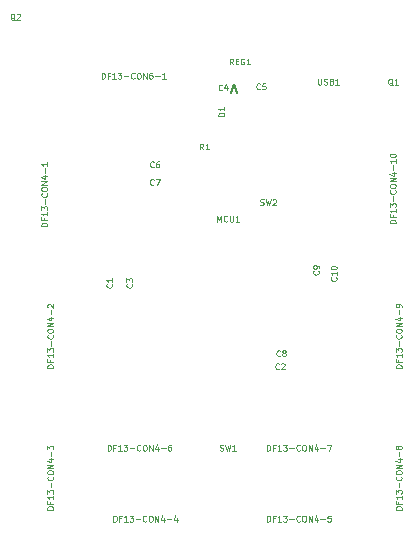
<source format=gto>
G04 (created by PCBNEW (25-Oct-2014 BZR 4029)-stable) date Thu 30 Jul 2015 11:12:18 AM EDT*
%MOIN*%
G04 Gerber Fmt 3.4, Leading zero omitted, Abs format*
%FSLAX34Y34*%
G01*
G70*
G90*
G04 APERTURE LIST*
%ADD10C,0.00393701*%
%ADD11C,0.00492126*%
%ADD12C,0.00590551*%
G04 APERTURE END LIST*
G54D10*
G54D11*
X49639Y-38701D02*
X49639Y-38504D01*
X49704Y-38645D01*
X49770Y-38504D01*
X49770Y-38701D01*
X49976Y-38682D02*
X49967Y-38692D01*
X49939Y-38701D01*
X49920Y-38701D01*
X49892Y-38692D01*
X49873Y-38673D01*
X49864Y-38654D01*
X49854Y-38617D01*
X49854Y-38589D01*
X49864Y-38551D01*
X49873Y-38532D01*
X49892Y-38514D01*
X49920Y-38504D01*
X49939Y-38504D01*
X49967Y-38514D01*
X49976Y-38523D01*
X50060Y-38504D02*
X50060Y-38664D01*
X50070Y-38682D01*
X50079Y-38692D01*
X50098Y-38701D01*
X50135Y-38701D01*
X50154Y-38692D01*
X50164Y-38682D01*
X50173Y-38664D01*
X50173Y-38504D01*
X50370Y-38701D02*
X50257Y-38701D01*
X50314Y-38701D02*
X50314Y-38504D01*
X50295Y-38532D01*
X50276Y-38551D01*
X50257Y-38561D01*
X49737Y-46330D02*
X49765Y-46339D01*
X49812Y-46339D01*
X49831Y-46330D01*
X49840Y-46320D01*
X49850Y-46302D01*
X49850Y-46283D01*
X49840Y-46264D01*
X49831Y-46255D01*
X49812Y-46245D01*
X49775Y-46236D01*
X49756Y-46227D01*
X49746Y-46217D01*
X49737Y-46198D01*
X49737Y-46180D01*
X49746Y-46161D01*
X49756Y-46152D01*
X49775Y-46142D01*
X49821Y-46142D01*
X49850Y-46152D01*
X49915Y-46142D02*
X49962Y-46339D01*
X50000Y-46198D01*
X50037Y-46339D01*
X50084Y-46142D01*
X50262Y-46339D02*
X50149Y-46339D01*
X50206Y-46339D02*
X50206Y-46142D01*
X50187Y-46170D01*
X50168Y-46189D01*
X50149Y-46198D01*
X51076Y-38141D02*
X51104Y-38150D01*
X51151Y-38150D01*
X51169Y-38141D01*
X51179Y-38131D01*
X51188Y-38113D01*
X51188Y-38094D01*
X51179Y-38075D01*
X51169Y-38066D01*
X51151Y-38056D01*
X51113Y-38047D01*
X51094Y-38038D01*
X51085Y-38028D01*
X51076Y-38009D01*
X51076Y-37991D01*
X51085Y-37972D01*
X51094Y-37963D01*
X51113Y-37953D01*
X51160Y-37953D01*
X51188Y-37963D01*
X51254Y-37953D02*
X51301Y-38150D01*
X51338Y-38009D01*
X51376Y-38150D01*
X51422Y-37953D01*
X51488Y-37972D02*
X51497Y-37963D01*
X51516Y-37953D01*
X51563Y-37953D01*
X51582Y-37963D01*
X51591Y-37972D01*
X51601Y-37991D01*
X51601Y-38009D01*
X51591Y-38038D01*
X51479Y-38150D01*
X51601Y-38150D01*
X53004Y-33937D02*
X53004Y-34097D01*
X53013Y-34116D01*
X53023Y-34125D01*
X53041Y-34134D01*
X53079Y-34134D01*
X53098Y-34125D01*
X53107Y-34116D01*
X53116Y-34097D01*
X53116Y-33937D01*
X53201Y-34125D02*
X53229Y-34134D01*
X53276Y-34134D01*
X53294Y-34125D01*
X53304Y-34116D01*
X53313Y-34097D01*
X53313Y-34078D01*
X53304Y-34059D01*
X53294Y-34050D01*
X53276Y-34041D01*
X53238Y-34031D01*
X53219Y-34022D01*
X53210Y-34012D01*
X53201Y-33994D01*
X53201Y-33975D01*
X53210Y-33956D01*
X53219Y-33947D01*
X53238Y-33937D01*
X53285Y-33937D01*
X53313Y-33947D01*
X53463Y-34031D02*
X53491Y-34041D01*
X53501Y-34050D01*
X53510Y-34069D01*
X53510Y-34097D01*
X53501Y-34116D01*
X53491Y-34125D01*
X53473Y-34134D01*
X53398Y-34134D01*
X53398Y-33937D01*
X53463Y-33937D01*
X53482Y-33947D01*
X53491Y-33956D01*
X53501Y-33975D01*
X53501Y-33994D01*
X53491Y-34012D01*
X53482Y-34022D01*
X53463Y-34031D01*
X53398Y-34031D01*
X53697Y-34134D02*
X53585Y-34134D01*
X53641Y-34134D02*
X53641Y-33937D01*
X53622Y-33966D01*
X53604Y-33984D01*
X53585Y-33994D01*
X50173Y-33465D02*
X50107Y-33371D01*
X50060Y-33465D02*
X50060Y-33268D01*
X50135Y-33268D01*
X50154Y-33278D01*
X50164Y-33287D01*
X50173Y-33306D01*
X50173Y-33334D01*
X50164Y-33353D01*
X50154Y-33362D01*
X50135Y-33371D01*
X50060Y-33371D01*
X50257Y-33362D02*
X50323Y-33362D01*
X50351Y-33465D02*
X50257Y-33465D01*
X50257Y-33268D01*
X50351Y-33268D01*
X50538Y-33278D02*
X50520Y-33268D01*
X50492Y-33268D01*
X50464Y-33278D01*
X50445Y-33296D01*
X50435Y-33315D01*
X50426Y-33353D01*
X50426Y-33381D01*
X50435Y-33418D01*
X50445Y-33437D01*
X50464Y-33456D01*
X50492Y-33465D01*
X50510Y-33465D01*
X50538Y-33456D01*
X50548Y-33446D01*
X50548Y-33381D01*
X50510Y-33381D01*
X50735Y-33465D02*
X50623Y-33465D01*
X50679Y-33465D02*
X50679Y-33268D01*
X50660Y-33296D01*
X50642Y-33315D01*
X50623Y-33324D01*
X55493Y-34153D02*
X55474Y-34144D01*
X55455Y-34125D01*
X55427Y-34097D01*
X55408Y-34087D01*
X55389Y-34087D01*
X55399Y-34134D02*
X55380Y-34125D01*
X55361Y-34106D01*
X55352Y-34069D01*
X55352Y-34003D01*
X55361Y-33966D01*
X55380Y-33947D01*
X55399Y-33937D01*
X55436Y-33937D01*
X55455Y-33947D01*
X55474Y-33966D01*
X55483Y-34003D01*
X55483Y-34069D01*
X55474Y-34106D01*
X55455Y-34125D01*
X55436Y-34134D01*
X55399Y-34134D01*
X55671Y-34134D02*
X55558Y-34134D01*
X55614Y-34134D02*
X55614Y-33937D01*
X55596Y-33966D01*
X55577Y-33984D01*
X55558Y-33994D01*
X42894Y-31988D02*
X42875Y-31978D01*
X42857Y-31960D01*
X42829Y-31931D01*
X42810Y-31922D01*
X42791Y-31922D01*
X42800Y-31969D02*
X42782Y-31960D01*
X42763Y-31941D01*
X42754Y-31903D01*
X42754Y-31838D01*
X42763Y-31800D01*
X42782Y-31781D01*
X42800Y-31772D01*
X42838Y-31772D01*
X42857Y-31781D01*
X42875Y-31800D01*
X42885Y-31838D01*
X42885Y-31903D01*
X42875Y-31941D01*
X42857Y-31960D01*
X42838Y-31969D01*
X42800Y-31969D01*
X42960Y-31791D02*
X42969Y-31781D01*
X42988Y-31772D01*
X43035Y-31772D01*
X43053Y-31781D01*
X43063Y-31791D01*
X43072Y-31810D01*
X43072Y-31828D01*
X43063Y-31856D01*
X42950Y-31969D01*
X43072Y-31969D01*
X45791Y-33937D02*
X45791Y-33741D01*
X45838Y-33741D01*
X45866Y-33750D01*
X45884Y-33769D01*
X45894Y-33787D01*
X45903Y-33825D01*
X45903Y-33853D01*
X45894Y-33891D01*
X45884Y-33909D01*
X45866Y-33928D01*
X45838Y-33937D01*
X45791Y-33937D01*
X46053Y-33834D02*
X45988Y-33834D01*
X45988Y-33937D02*
X45988Y-33741D01*
X46081Y-33741D01*
X46259Y-33937D02*
X46147Y-33937D01*
X46203Y-33937D02*
X46203Y-33741D01*
X46184Y-33769D01*
X46166Y-33787D01*
X46147Y-33797D01*
X46325Y-33741D02*
X46447Y-33741D01*
X46381Y-33816D01*
X46409Y-33816D01*
X46428Y-33825D01*
X46437Y-33834D01*
X46447Y-33853D01*
X46447Y-33900D01*
X46437Y-33919D01*
X46428Y-33928D01*
X46409Y-33937D01*
X46353Y-33937D01*
X46334Y-33928D01*
X46325Y-33919D01*
X46531Y-33862D02*
X46681Y-33862D01*
X46887Y-33919D02*
X46878Y-33928D01*
X46850Y-33937D01*
X46831Y-33937D01*
X46803Y-33928D01*
X46784Y-33909D01*
X46775Y-33891D01*
X46766Y-33853D01*
X46766Y-33825D01*
X46775Y-33787D01*
X46784Y-33769D01*
X46803Y-33750D01*
X46831Y-33741D01*
X46850Y-33741D01*
X46878Y-33750D01*
X46887Y-33759D01*
X47009Y-33741D02*
X47047Y-33741D01*
X47065Y-33750D01*
X47084Y-33769D01*
X47094Y-33806D01*
X47094Y-33872D01*
X47084Y-33909D01*
X47065Y-33928D01*
X47047Y-33937D01*
X47009Y-33937D01*
X46991Y-33928D01*
X46972Y-33909D01*
X46962Y-33872D01*
X46962Y-33806D01*
X46972Y-33769D01*
X46991Y-33750D01*
X47009Y-33741D01*
X47178Y-33937D02*
X47178Y-33741D01*
X47290Y-33937D01*
X47290Y-33741D01*
X47469Y-33741D02*
X47431Y-33741D01*
X47412Y-33750D01*
X47403Y-33759D01*
X47384Y-33787D01*
X47375Y-33825D01*
X47375Y-33900D01*
X47384Y-33919D01*
X47394Y-33928D01*
X47412Y-33937D01*
X47450Y-33937D01*
X47469Y-33928D01*
X47478Y-33919D01*
X47487Y-33900D01*
X47487Y-33853D01*
X47478Y-33834D01*
X47469Y-33825D01*
X47450Y-33816D01*
X47412Y-33816D01*
X47394Y-33825D01*
X47384Y-33834D01*
X47375Y-33853D01*
X47572Y-33862D02*
X47722Y-33862D01*
X47919Y-33937D02*
X47806Y-33937D01*
X47862Y-33937D02*
X47862Y-33741D01*
X47844Y-33769D01*
X47825Y-33787D01*
X47806Y-33797D01*
X45988Y-46339D02*
X45988Y-46142D01*
X46034Y-46142D01*
X46062Y-46152D01*
X46081Y-46170D01*
X46091Y-46189D01*
X46100Y-46227D01*
X46100Y-46255D01*
X46091Y-46292D01*
X46081Y-46311D01*
X46062Y-46330D01*
X46034Y-46339D01*
X45988Y-46339D01*
X46250Y-46236D02*
X46184Y-46236D01*
X46184Y-46339D02*
X46184Y-46142D01*
X46278Y-46142D01*
X46456Y-46339D02*
X46344Y-46339D01*
X46400Y-46339D02*
X46400Y-46142D01*
X46381Y-46170D01*
X46362Y-46189D01*
X46344Y-46198D01*
X46522Y-46142D02*
X46644Y-46142D01*
X46578Y-46217D01*
X46606Y-46217D01*
X46625Y-46227D01*
X46634Y-46236D01*
X46644Y-46255D01*
X46644Y-46302D01*
X46634Y-46320D01*
X46625Y-46330D01*
X46606Y-46339D01*
X46550Y-46339D01*
X46531Y-46330D01*
X46522Y-46320D01*
X46728Y-46264D02*
X46878Y-46264D01*
X47084Y-46320D02*
X47075Y-46330D01*
X47047Y-46339D01*
X47028Y-46339D01*
X47000Y-46330D01*
X46981Y-46311D01*
X46972Y-46292D01*
X46962Y-46255D01*
X46962Y-46227D01*
X46972Y-46189D01*
X46981Y-46170D01*
X47000Y-46152D01*
X47028Y-46142D01*
X47047Y-46142D01*
X47075Y-46152D01*
X47084Y-46161D01*
X47206Y-46142D02*
X47244Y-46142D01*
X47262Y-46152D01*
X47281Y-46170D01*
X47290Y-46208D01*
X47290Y-46273D01*
X47281Y-46311D01*
X47262Y-46330D01*
X47244Y-46339D01*
X47206Y-46339D01*
X47187Y-46330D01*
X47169Y-46311D01*
X47159Y-46273D01*
X47159Y-46208D01*
X47169Y-46170D01*
X47187Y-46152D01*
X47206Y-46142D01*
X47375Y-46339D02*
X47375Y-46142D01*
X47487Y-46339D01*
X47487Y-46142D01*
X47665Y-46208D02*
X47665Y-46339D01*
X47619Y-46133D02*
X47572Y-46273D01*
X47694Y-46273D01*
X47769Y-46264D02*
X47919Y-46264D01*
X48097Y-46142D02*
X48059Y-46142D01*
X48040Y-46152D01*
X48031Y-46161D01*
X48012Y-46189D01*
X48003Y-46227D01*
X48003Y-46302D01*
X48012Y-46320D01*
X48022Y-46330D01*
X48040Y-46339D01*
X48078Y-46339D01*
X48097Y-46330D01*
X48106Y-46320D01*
X48115Y-46302D01*
X48115Y-46255D01*
X48106Y-46236D01*
X48097Y-46227D01*
X48078Y-46217D01*
X48040Y-46217D01*
X48022Y-46227D01*
X48012Y-46236D01*
X48003Y-46255D01*
X43977Y-38854D02*
X43780Y-38854D01*
X43780Y-38807D01*
X43789Y-38779D01*
X43808Y-38760D01*
X43827Y-38751D01*
X43864Y-38742D01*
X43892Y-38742D01*
X43930Y-38751D01*
X43949Y-38760D01*
X43967Y-38779D01*
X43977Y-38807D01*
X43977Y-38854D01*
X43874Y-38592D02*
X43874Y-38657D01*
X43977Y-38657D02*
X43780Y-38657D01*
X43780Y-38563D01*
X43977Y-38385D02*
X43977Y-38498D01*
X43977Y-38442D02*
X43780Y-38442D01*
X43808Y-38460D01*
X43827Y-38479D01*
X43836Y-38498D01*
X43780Y-38320D02*
X43780Y-38198D01*
X43855Y-38263D01*
X43855Y-38235D01*
X43864Y-38217D01*
X43874Y-38207D01*
X43892Y-38198D01*
X43939Y-38198D01*
X43958Y-38207D01*
X43967Y-38217D01*
X43977Y-38235D01*
X43977Y-38292D01*
X43967Y-38310D01*
X43958Y-38320D01*
X43902Y-38113D02*
X43902Y-37964D01*
X43958Y-37757D02*
X43967Y-37767D01*
X43977Y-37795D01*
X43977Y-37814D01*
X43967Y-37842D01*
X43949Y-37860D01*
X43930Y-37870D01*
X43892Y-37879D01*
X43864Y-37879D01*
X43827Y-37870D01*
X43808Y-37860D01*
X43789Y-37842D01*
X43780Y-37814D01*
X43780Y-37795D01*
X43789Y-37767D01*
X43799Y-37757D01*
X43780Y-37635D02*
X43780Y-37598D01*
X43789Y-37579D01*
X43808Y-37560D01*
X43846Y-37551D01*
X43911Y-37551D01*
X43949Y-37560D01*
X43967Y-37579D01*
X43977Y-37598D01*
X43977Y-37635D01*
X43967Y-37654D01*
X43949Y-37673D01*
X43911Y-37682D01*
X43846Y-37682D01*
X43808Y-37673D01*
X43789Y-37654D01*
X43780Y-37635D01*
X43977Y-37467D02*
X43780Y-37467D01*
X43977Y-37354D01*
X43780Y-37354D01*
X43846Y-37176D02*
X43977Y-37176D01*
X43771Y-37223D02*
X43911Y-37270D01*
X43911Y-37148D01*
X43902Y-37073D02*
X43902Y-36923D01*
X43977Y-36726D02*
X43977Y-36839D01*
X43977Y-36782D02*
X43780Y-36782D01*
X43808Y-36801D01*
X43827Y-36820D01*
X43836Y-36839D01*
X44174Y-43578D02*
X43977Y-43578D01*
X43977Y-43532D01*
X43986Y-43503D01*
X44005Y-43485D01*
X44024Y-43475D01*
X44061Y-43466D01*
X44089Y-43466D01*
X44127Y-43475D01*
X44146Y-43485D01*
X44164Y-43503D01*
X44174Y-43532D01*
X44174Y-43578D01*
X44071Y-43316D02*
X44071Y-43382D01*
X44174Y-43382D02*
X43977Y-43382D01*
X43977Y-43288D01*
X44174Y-43110D02*
X44174Y-43222D01*
X44174Y-43166D02*
X43977Y-43166D01*
X44005Y-43185D01*
X44024Y-43203D01*
X44033Y-43222D01*
X43977Y-43044D02*
X43977Y-42922D01*
X44052Y-42988D01*
X44052Y-42960D01*
X44061Y-42941D01*
X44071Y-42932D01*
X44089Y-42922D01*
X44136Y-42922D01*
X44155Y-42932D01*
X44164Y-42941D01*
X44174Y-42960D01*
X44174Y-43016D01*
X44164Y-43035D01*
X44155Y-43044D01*
X44099Y-42838D02*
X44099Y-42688D01*
X44155Y-42482D02*
X44164Y-42491D01*
X44174Y-42519D01*
X44174Y-42538D01*
X44164Y-42566D01*
X44146Y-42585D01*
X44127Y-42594D01*
X44089Y-42604D01*
X44061Y-42604D01*
X44024Y-42594D01*
X44005Y-42585D01*
X43986Y-42566D01*
X43977Y-42538D01*
X43977Y-42519D01*
X43986Y-42491D01*
X43996Y-42482D01*
X43977Y-42360D02*
X43977Y-42322D01*
X43986Y-42304D01*
X44005Y-42285D01*
X44042Y-42275D01*
X44108Y-42275D01*
X44146Y-42285D01*
X44164Y-42304D01*
X44174Y-42322D01*
X44174Y-42360D01*
X44164Y-42379D01*
X44146Y-42397D01*
X44108Y-42407D01*
X44042Y-42407D01*
X44005Y-42397D01*
X43986Y-42379D01*
X43977Y-42360D01*
X44174Y-42191D02*
X43977Y-42191D01*
X44174Y-42079D01*
X43977Y-42079D01*
X44042Y-41901D02*
X44174Y-41901D01*
X43967Y-41947D02*
X44108Y-41994D01*
X44108Y-41872D01*
X44099Y-41797D02*
X44099Y-41647D01*
X43996Y-41563D02*
X43986Y-41554D01*
X43977Y-41535D01*
X43977Y-41488D01*
X43986Y-41469D01*
X43996Y-41460D01*
X44014Y-41451D01*
X44033Y-41451D01*
X44061Y-41460D01*
X44174Y-41572D01*
X44174Y-41451D01*
X44174Y-48303D02*
X43977Y-48303D01*
X43977Y-48256D01*
X43986Y-48228D01*
X44005Y-48209D01*
X44024Y-48200D01*
X44061Y-48190D01*
X44089Y-48190D01*
X44127Y-48200D01*
X44146Y-48209D01*
X44164Y-48228D01*
X44174Y-48256D01*
X44174Y-48303D01*
X44071Y-48040D02*
X44071Y-48106D01*
X44174Y-48106D02*
X43977Y-48106D01*
X43977Y-48012D01*
X44174Y-47834D02*
X44174Y-47947D01*
X44174Y-47890D02*
X43977Y-47890D01*
X44005Y-47909D01*
X44024Y-47928D01*
X44033Y-47947D01*
X43977Y-47769D02*
X43977Y-47647D01*
X44052Y-47712D01*
X44052Y-47684D01*
X44061Y-47665D01*
X44071Y-47656D01*
X44089Y-47647D01*
X44136Y-47647D01*
X44155Y-47656D01*
X44164Y-47665D01*
X44174Y-47684D01*
X44174Y-47740D01*
X44164Y-47759D01*
X44155Y-47769D01*
X44099Y-47562D02*
X44099Y-47412D01*
X44155Y-47206D02*
X44164Y-47215D01*
X44174Y-47244D01*
X44174Y-47262D01*
X44164Y-47290D01*
X44146Y-47309D01*
X44127Y-47319D01*
X44089Y-47328D01*
X44061Y-47328D01*
X44024Y-47319D01*
X44005Y-47309D01*
X43986Y-47290D01*
X43977Y-47262D01*
X43977Y-47244D01*
X43986Y-47215D01*
X43996Y-47206D01*
X43977Y-47084D02*
X43977Y-47047D01*
X43986Y-47028D01*
X44005Y-47009D01*
X44042Y-47000D01*
X44108Y-47000D01*
X44146Y-47009D01*
X44164Y-47028D01*
X44174Y-47047D01*
X44174Y-47084D01*
X44164Y-47103D01*
X44146Y-47122D01*
X44108Y-47131D01*
X44042Y-47131D01*
X44005Y-47122D01*
X43986Y-47103D01*
X43977Y-47084D01*
X44174Y-46916D02*
X43977Y-46916D01*
X44174Y-46803D01*
X43977Y-46803D01*
X44042Y-46625D02*
X44174Y-46625D01*
X43967Y-46672D02*
X44108Y-46719D01*
X44108Y-46597D01*
X44099Y-46522D02*
X44099Y-46372D01*
X43977Y-46297D02*
X43977Y-46175D01*
X44052Y-46241D01*
X44052Y-46212D01*
X44061Y-46194D01*
X44071Y-46184D01*
X44089Y-46175D01*
X44136Y-46175D01*
X44155Y-46184D01*
X44164Y-46194D01*
X44174Y-46212D01*
X44174Y-46269D01*
X44164Y-46287D01*
X44155Y-46297D01*
X46184Y-48701D02*
X46184Y-48504D01*
X46231Y-48504D01*
X46259Y-48514D01*
X46278Y-48532D01*
X46287Y-48551D01*
X46297Y-48589D01*
X46297Y-48617D01*
X46287Y-48654D01*
X46278Y-48673D01*
X46259Y-48692D01*
X46231Y-48701D01*
X46184Y-48701D01*
X46447Y-48598D02*
X46381Y-48598D01*
X46381Y-48701D02*
X46381Y-48504D01*
X46475Y-48504D01*
X46653Y-48701D02*
X46541Y-48701D01*
X46597Y-48701D02*
X46597Y-48504D01*
X46578Y-48532D01*
X46559Y-48551D01*
X46541Y-48561D01*
X46719Y-48504D02*
X46841Y-48504D01*
X46775Y-48579D01*
X46803Y-48579D01*
X46822Y-48589D01*
X46831Y-48598D01*
X46841Y-48617D01*
X46841Y-48664D01*
X46831Y-48682D01*
X46822Y-48692D01*
X46803Y-48701D01*
X46747Y-48701D01*
X46728Y-48692D01*
X46719Y-48682D01*
X46925Y-48626D02*
X47075Y-48626D01*
X47281Y-48682D02*
X47272Y-48692D01*
X47244Y-48701D01*
X47225Y-48701D01*
X47197Y-48692D01*
X47178Y-48673D01*
X47169Y-48654D01*
X47159Y-48617D01*
X47159Y-48589D01*
X47169Y-48551D01*
X47178Y-48532D01*
X47197Y-48514D01*
X47225Y-48504D01*
X47244Y-48504D01*
X47272Y-48514D01*
X47281Y-48523D01*
X47403Y-48504D02*
X47440Y-48504D01*
X47459Y-48514D01*
X47478Y-48532D01*
X47487Y-48570D01*
X47487Y-48636D01*
X47478Y-48673D01*
X47459Y-48692D01*
X47440Y-48701D01*
X47403Y-48701D01*
X47384Y-48692D01*
X47365Y-48673D01*
X47356Y-48636D01*
X47356Y-48570D01*
X47365Y-48532D01*
X47384Y-48514D01*
X47403Y-48504D01*
X47572Y-48701D02*
X47572Y-48504D01*
X47684Y-48701D01*
X47684Y-48504D01*
X47862Y-48570D02*
X47862Y-48701D01*
X47815Y-48495D02*
X47769Y-48636D01*
X47890Y-48636D01*
X47965Y-48626D02*
X48115Y-48626D01*
X48293Y-48570D02*
X48293Y-48701D01*
X48247Y-48495D02*
X48200Y-48636D01*
X48322Y-48636D01*
X51302Y-48701D02*
X51302Y-48504D01*
X51349Y-48504D01*
X51377Y-48514D01*
X51396Y-48532D01*
X51406Y-48551D01*
X51415Y-48589D01*
X51415Y-48617D01*
X51406Y-48654D01*
X51396Y-48673D01*
X51377Y-48692D01*
X51349Y-48701D01*
X51302Y-48701D01*
X51565Y-48598D02*
X51499Y-48598D01*
X51499Y-48701D02*
X51499Y-48504D01*
X51593Y-48504D01*
X51771Y-48701D02*
X51659Y-48701D01*
X51715Y-48701D02*
X51715Y-48504D01*
X51696Y-48532D01*
X51677Y-48551D01*
X51659Y-48561D01*
X51837Y-48504D02*
X51959Y-48504D01*
X51893Y-48579D01*
X51921Y-48579D01*
X51940Y-48589D01*
X51949Y-48598D01*
X51959Y-48617D01*
X51959Y-48664D01*
X51949Y-48682D01*
X51940Y-48692D01*
X51921Y-48701D01*
X51865Y-48701D01*
X51846Y-48692D01*
X51837Y-48682D01*
X52043Y-48626D02*
X52193Y-48626D01*
X52399Y-48682D02*
X52390Y-48692D01*
X52362Y-48701D01*
X52343Y-48701D01*
X52315Y-48692D01*
X52296Y-48673D01*
X52287Y-48654D01*
X52277Y-48617D01*
X52277Y-48589D01*
X52287Y-48551D01*
X52296Y-48532D01*
X52315Y-48514D01*
X52343Y-48504D01*
X52362Y-48504D01*
X52390Y-48514D01*
X52399Y-48523D01*
X52521Y-48504D02*
X52559Y-48504D01*
X52577Y-48514D01*
X52596Y-48532D01*
X52605Y-48570D01*
X52605Y-48636D01*
X52596Y-48673D01*
X52577Y-48692D01*
X52559Y-48701D01*
X52521Y-48701D01*
X52502Y-48692D01*
X52484Y-48673D01*
X52474Y-48636D01*
X52474Y-48570D01*
X52484Y-48532D01*
X52502Y-48514D01*
X52521Y-48504D01*
X52690Y-48701D02*
X52690Y-48504D01*
X52802Y-48701D01*
X52802Y-48504D01*
X52980Y-48570D02*
X52980Y-48701D01*
X52934Y-48495D02*
X52887Y-48636D01*
X53008Y-48636D01*
X53083Y-48626D02*
X53233Y-48626D01*
X53421Y-48504D02*
X53327Y-48504D01*
X53318Y-48598D01*
X53327Y-48589D01*
X53346Y-48579D01*
X53393Y-48579D01*
X53412Y-48589D01*
X53421Y-48598D01*
X53430Y-48617D01*
X53430Y-48664D01*
X53421Y-48682D01*
X53412Y-48692D01*
X53393Y-48701D01*
X53346Y-48701D01*
X53327Y-48692D01*
X53318Y-48682D01*
X51302Y-46339D02*
X51302Y-46142D01*
X51349Y-46142D01*
X51377Y-46152D01*
X51396Y-46170D01*
X51406Y-46189D01*
X51415Y-46227D01*
X51415Y-46255D01*
X51406Y-46292D01*
X51396Y-46311D01*
X51377Y-46330D01*
X51349Y-46339D01*
X51302Y-46339D01*
X51565Y-46236D02*
X51499Y-46236D01*
X51499Y-46339D02*
X51499Y-46142D01*
X51593Y-46142D01*
X51771Y-46339D02*
X51659Y-46339D01*
X51715Y-46339D02*
X51715Y-46142D01*
X51696Y-46170D01*
X51677Y-46189D01*
X51659Y-46198D01*
X51837Y-46142D02*
X51959Y-46142D01*
X51893Y-46217D01*
X51921Y-46217D01*
X51940Y-46227D01*
X51949Y-46236D01*
X51959Y-46255D01*
X51959Y-46302D01*
X51949Y-46320D01*
X51940Y-46330D01*
X51921Y-46339D01*
X51865Y-46339D01*
X51846Y-46330D01*
X51837Y-46320D01*
X52043Y-46264D02*
X52193Y-46264D01*
X52399Y-46320D02*
X52390Y-46330D01*
X52362Y-46339D01*
X52343Y-46339D01*
X52315Y-46330D01*
X52296Y-46311D01*
X52287Y-46292D01*
X52277Y-46255D01*
X52277Y-46227D01*
X52287Y-46189D01*
X52296Y-46170D01*
X52315Y-46152D01*
X52343Y-46142D01*
X52362Y-46142D01*
X52390Y-46152D01*
X52399Y-46161D01*
X52521Y-46142D02*
X52559Y-46142D01*
X52577Y-46152D01*
X52596Y-46170D01*
X52605Y-46208D01*
X52605Y-46273D01*
X52596Y-46311D01*
X52577Y-46330D01*
X52559Y-46339D01*
X52521Y-46339D01*
X52502Y-46330D01*
X52484Y-46311D01*
X52474Y-46273D01*
X52474Y-46208D01*
X52484Y-46170D01*
X52502Y-46152D01*
X52521Y-46142D01*
X52690Y-46339D02*
X52690Y-46142D01*
X52802Y-46339D01*
X52802Y-46142D01*
X52980Y-46208D02*
X52980Y-46339D01*
X52934Y-46133D02*
X52887Y-46273D01*
X53008Y-46273D01*
X53083Y-46264D02*
X53233Y-46264D01*
X53308Y-46142D02*
X53440Y-46142D01*
X53355Y-46339D01*
X55788Y-48303D02*
X55591Y-48303D01*
X55591Y-48256D01*
X55600Y-48228D01*
X55619Y-48209D01*
X55638Y-48200D01*
X55675Y-48190D01*
X55703Y-48190D01*
X55741Y-48200D01*
X55760Y-48209D01*
X55778Y-48228D01*
X55788Y-48256D01*
X55788Y-48303D01*
X55685Y-48040D02*
X55685Y-48106D01*
X55788Y-48106D02*
X55591Y-48106D01*
X55591Y-48012D01*
X55788Y-47834D02*
X55788Y-47947D01*
X55788Y-47890D02*
X55591Y-47890D01*
X55619Y-47909D01*
X55638Y-47928D01*
X55647Y-47947D01*
X55591Y-47769D02*
X55591Y-47647D01*
X55666Y-47712D01*
X55666Y-47684D01*
X55675Y-47665D01*
X55685Y-47656D01*
X55703Y-47647D01*
X55750Y-47647D01*
X55769Y-47656D01*
X55778Y-47665D01*
X55788Y-47684D01*
X55788Y-47740D01*
X55778Y-47759D01*
X55769Y-47769D01*
X55713Y-47562D02*
X55713Y-47412D01*
X55769Y-47206D02*
X55778Y-47215D01*
X55788Y-47244D01*
X55788Y-47262D01*
X55778Y-47290D01*
X55760Y-47309D01*
X55741Y-47319D01*
X55703Y-47328D01*
X55675Y-47328D01*
X55638Y-47319D01*
X55619Y-47309D01*
X55600Y-47290D01*
X55591Y-47262D01*
X55591Y-47244D01*
X55600Y-47215D01*
X55610Y-47206D01*
X55591Y-47084D02*
X55591Y-47047D01*
X55600Y-47028D01*
X55619Y-47009D01*
X55657Y-47000D01*
X55722Y-47000D01*
X55760Y-47009D01*
X55778Y-47028D01*
X55788Y-47047D01*
X55788Y-47084D01*
X55778Y-47103D01*
X55760Y-47122D01*
X55722Y-47131D01*
X55657Y-47131D01*
X55619Y-47122D01*
X55600Y-47103D01*
X55591Y-47084D01*
X55788Y-46916D02*
X55591Y-46916D01*
X55788Y-46803D01*
X55591Y-46803D01*
X55657Y-46625D02*
X55788Y-46625D01*
X55582Y-46672D02*
X55722Y-46719D01*
X55722Y-46597D01*
X55713Y-46522D02*
X55713Y-46372D01*
X55675Y-46250D02*
X55666Y-46269D01*
X55657Y-46278D01*
X55638Y-46287D01*
X55628Y-46287D01*
X55610Y-46278D01*
X55600Y-46269D01*
X55591Y-46250D01*
X55591Y-46212D01*
X55600Y-46194D01*
X55610Y-46184D01*
X55628Y-46175D01*
X55638Y-46175D01*
X55657Y-46184D01*
X55666Y-46194D01*
X55675Y-46212D01*
X55675Y-46250D01*
X55685Y-46269D01*
X55694Y-46278D01*
X55713Y-46287D01*
X55750Y-46287D01*
X55769Y-46278D01*
X55778Y-46269D01*
X55788Y-46250D01*
X55788Y-46212D01*
X55778Y-46194D01*
X55769Y-46184D01*
X55750Y-46175D01*
X55713Y-46175D01*
X55694Y-46184D01*
X55685Y-46194D01*
X55675Y-46212D01*
X55788Y-43578D02*
X55591Y-43578D01*
X55591Y-43532D01*
X55600Y-43503D01*
X55619Y-43485D01*
X55638Y-43475D01*
X55675Y-43466D01*
X55703Y-43466D01*
X55741Y-43475D01*
X55760Y-43485D01*
X55778Y-43503D01*
X55788Y-43532D01*
X55788Y-43578D01*
X55685Y-43316D02*
X55685Y-43382D01*
X55788Y-43382D02*
X55591Y-43382D01*
X55591Y-43288D01*
X55788Y-43110D02*
X55788Y-43222D01*
X55788Y-43166D02*
X55591Y-43166D01*
X55619Y-43185D01*
X55638Y-43203D01*
X55647Y-43222D01*
X55591Y-43044D02*
X55591Y-42922D01*
X55666Y-42988D01*
X55666Y-42960D01*
X55675Y-42941D01*
X55685Y-42932D01*
X55703Y-42922D01*
X55750Y-42922D01*
X55769Y-42932D01*
X55778Y-42941D01*
X55788Y-42960D01*
X55788Y-43016D01*
X55778Y-43035D01*
X55769Y-43044D01*
X55713Y-42838D02*
X55713Y-42688D01*
X55769Y-42482D02*
X55778Y-42491D01*
X55788Y-42519D01*
X55788Y-42538D01*
X55778Y-42566D01*
X55760Y-42585D01*
X55741Y-42594D01*
X55703Y-42604D01*
X55675Y-42604D01*
X55638Y-42594D01*
X55619Y-42585D01*
X55600Y-42566D01*
X55591Y-42538D01*
X55591Y-42519D01*
X55600Y-42491D01*
X55610Y-42482D01*
X55591Y-42360D02*
X55591Y-42322D01*
X55600Y-42304D01*
X55619Y-42285D01*
X55657Y-42275D01*
X55722Y-42275D01*
X55760Y-42285D01*
X55778Y-42304D01*
X55788Y-42322D01*
X55788Y-42360D01*
X55778Y-42379D01*
X55760Y-42397D01*
X55722Y-42407D01*
X55657Y-42407D01*
X55619Y-42397D01*
X55600Y-42379D01*
X55591Y-42360D01*
X55788Y-42191D02*
X55591Y-42191D01*
X55788Y-42079D01*
X55591Y-42079D01*
X55657Y-41901D02*
X55788Y-41901D01*
X55582Y-41947D02*
X55722Y-41994D01*
X55722Y-41872D01*
X55713Y-41797D02*
X55713Y-41647D01*
X55788Y-41544D02*
X55788Y-41507D01*
X55778Y-41488D01*
X55769Y-41479D01*
X55741Y-41460D01*
X55703Y-41451D01*
X55628Y-41451D01*
X55610Y-41460D01*
X55600Y-41469D01*
X55591Y-41488D01*
X55591Y-41526D01*
X55600Y-41544D01*
X55610Y-41554D01*
X55628Y-41563D01*
X55675Y-41563D01*
X55694Y-41554D01*
X55703Y-41544D01*
X55713Y-41526D01*
X55713Y-41488D01*
X55703Y-41469D01*
X55694Y-41460D01*
X55675Y-41451D01*
X55591Y-38751D02*
X55394Y-38751D01*
X55394Y-38704D01*
X55404Y-38676D01*
X55422Y-38657D01*
X55441Y-38648D01*
X55479Y-38638D01*
X55507Y-38638D01*
X55544Y-38648D01*
X55563Y-38657D01*
X55582Y-38676D01*
X55591Y-38704D01*
X55591Y-38751D01*
X55488Y-38488D02*
X55488Y-38554D01*
X55591Y-38554D02*
X55394Y-38554D01*
X55394Y-38460D01*
X55591Y-38282D02*
X55591Y-38395D01*
X55591Y-38338D02*
X55394Y-38338D01*
X55422Y-38357D01*
X55441Y-38376D01*
X55450Y-38395D01*
X55394Y-38217D02*
X55394Y-38095D01*
X55469Y-38160D01*
X55469Y-38132D01*
X55479Y-38113D01*
X55488Y-38104D01*
X55507Y-38095D01*
X55553Y-38095D01*
X55572Y-38104D01*
X55582Y-38113D01*
X55591Y-38132D01*
X55591Y-38188D01*
X55582Y-38207D01*
X55572Y-38217D01*
X55516Y-38010D02*
X55516Y-37860D01*
X55572Y-37654D02*
X55582Y-37664D01*
X55591Y-37692D01*
X55591Y-37710D01*
X55582Y-37739D01*
X55563Y-37757D01*
X55544Y-37767D01*
X55507Y-37776D01*
X55479Y-37776D01*
X55441Y-37767D01*
X55422Y-37757D01*
X55404Y-37739D01*
X55394Y-37710D01*
X55394Y-37692D01*
X55404Y-37664D01*
X55413Y-37654D01*
X55394Y-37532D02*
X55394Y-37495D01*
X55404Y-37476D01*
X55422Y-37457D01*
X55460Y-37448D01*
X55525Y-37448D01*
X55563Y-37457D01*
X55582Y-37476D01*
X55591Y-37495D01*
X55591Y-37532D01*
X55582Y-37551D01*
X55563Y-37570D01*
X55525Y-37579D01*
X55460Y-37579D01*
X55422Y-37570D01*
X55404Y-37551D01*
X55394Y-37532D01*
X55591Y-37364D02*
X55394Y-37364D01*
X55591Y-37251D01*
X55394Y-37251D01*
X55460Y-37073D02*
X55591Y-37073D01*
X55385Y-37120D02*
X55525Y-37167D01*
X55525Y-37045D01*
X55516Y-36970D02*
X55516Y-36820D01*
X55591Y-36623D02*
X55591Y-36736D01*
X55591Y-36679D02*
X55394Y-36679D01*
X55422Y-36698D01*
X55441Y-36717D01*
X55450Y-36736D01*
X55394Y-36501D02*
X55394Y-36482D01*
X55404Y-36464D01*
X55413Y-36454D01*
X55432Y-36445D01*
X55469Y-36436D01*
X55516Y-36436D01*
X55553Y-36445D01*
X55572Y-36454D01*
X55582Y-36464D01*
X55591Y-36482D01*
X55591Y-36501D01*
X55582Y-36520D01*
X55572Y-36529D01*
X55553Y-36539D01*
X55516Y-36548D01*
X55469Y-36548D01*
X55432Y-36539D01*
X55413Y-36529D01*
X55404Y-36520D01*
X55394Y-36501D01*
X49882Y-35184D02*
X49685Y-35184D01*
X49685Y-35137D01*
X49695Y-35109D01*
X49714Y-35090D01*
X49732Y-35081D01*
X49770Y-35072D01*
X49798Y-35072D01*
X49835Y-35081D01*
X49854Y-35090D01*
X49873Y-35109D01*
X49882Y-35137D01*
X49882Y-35184D01*
X49882Y-34884D02*
X49882Y-34997D01*
X49882Y-34940D02*
X49685Y-34940D01*
X49714Y-34959D01*
X49732Y-34978D01*
X49742Y-34997D01*
G54D12*
X50093Y-34401D02*
X50206Y-34101D01*
X50318Y-34401D01*
G54D11*
X47526Y-37462D02*
X47516Y-37471D01*
X47488Y-37481D01*
X47470Y-37481D01*
X47441Y-37471D01*
X47423Y-37453D01*
X47413Y-37434D01*
X47404Y-37396D01*
X47404Y-37368D01*
X47413Y-37331D01*
X47423Y-37312D01*
X47441Y-37293D01*
X47470Y-37284D01*
X47488Y-37284D01*
X47516Y-37293D01*
X47526Y-37303D01*
X47591Y-37284D02*
X47723Y-37284D01*
X47638Y-37481D01*
X46793Y-40780D02*
X46802Y-40790D01*
X46811Y-40818D01*
X46811Y-40837D01*
X46802Y-40865D01*
X46783Y-40883D01*
X46765Y-40893D01*
X46727Y-40902D01*
X46699Y-40902D01*
X46661Y-40893D01*
X46643Y-40883D01*
X46624Y-40865D01*
X46615Y-40837D01*
X46615Y-40818D01*
X46624Y-40790D01*
X46633Y-40780D01*
X46615Y-40715D02*
X46615Y-40593D01*
X46690Y-40658D01*
X46690Y-40630D01*
X46699Y-40612D01*
X46708Y-40602D01*
X46727Y-40593D01*
X46774Y-40593D01*
X46793Y-40602D01*
X46802Y-40612D01*
X46811Y-40630D01*
X46811Y-40687D01*
X46802Y-40705D01*
X46793Y-40715D01*
X53013Y-40347D02*
X53023Y-40357D01*
X53032Y-40385D01*
X53032Y-40404D01*
X53023Y-40432D01*
X53004Y-40450D01*
X52985Y-40460D01*
X52948Y-40469D01*
X52919Y-40469D01*
X52882Y-40460D01*
X52863Y-40450D01*
X52844Y-40432D01*
X52835Y-40404D01*
X52835Y-40385D01*
X52844Y-40357D01*
X52854Y-40347D01*
X53032Y-40254D02*
X53032Y-40216D01*
X53023Y-40197D01*
X53013Y-40188D01*
X52985Y-40169D01*
X52948Y-40160D01*
X52873Y-40160D01*
X52854Y-40169D01*
X52844Y-40179D01*
X52835Y-40197D01*
X52835Y-40235D01*
X52844Y-40254D01*
X52854Y-40263D01*
X52873Y-40272D01*
X52919Y-40272D01*
X52938Y-40263D01*
X52948Y-40254D01*
X52957Y-40235D01*
X52957Y-40197D01*
X52948Y-40179D01*
X52938Y-40169D01*
X52919Y-40160D01*
X51738Y-43171D02*
X51729Y-43180D01*
X51701Y-43189D01*
X51682Y-43189D01*
X51654Y-43180D01*
X51635Y-43161D01*
X51626Y-43143D01*
X51616Y-43105D01*
X51616Y-43077D01*
X51626Y-43039D01*
X51635Y-43021D01*
X51654Y-43002D01*
X51682Y-42993D01*
X51701Y-42993D01*
X51729Y-43002D01*
X51738Y-43011D01*
X51851Y-43077D02*
X51832Y-43068D01*
X51823Y-43058D01*
X51813Y-43039D01*
X51813Y-43030D01*
X51823Y-43011D01*
X51832Y-43002D01*
X51851Y-42993D01*
X51888Y-42993D01*
X51907Y-43002D01*
X51916Y-43011D01*
X51926Y-43030D01*
X51926Y-43039D01*
X51916Y-43058D01*
X51907Y-43068D01*
X51888Y-43077D01*
X51851Y-43077D01*
X51832Y-43086D01*
X51823Y-43096D01*
X51813Y-43114D01*
X51813Y-43152D01*
X51823Y-43171D01*
X51832Y-43180D01*
X51851Y-43189D01*
X51888Y-43189D01*
X51907Y-43180D01*
X51916Y-43171D01*
X51926Y-43152D01*
X51926Y-43114D01*
X51916Y-43096D01*
X51907Y-43086D01*
X51888Y-43077D01*
X47526Y-36871D02*
X47516Y-36881D01*
X47488Y-36890D01*
X47470Y-36890D01*
X47441Y-36881D01*
X47423Y-36862D01*
X47413Y-36843D01*
X47404Y-36806D01*
X47404Y-36778D01*
X47413Y-36740D01*
X47423Y-36721D01*
X47441Y-36703D01*
X47470Y-36693D01*
X47488Y-36693D01*
X47516Y-36703D01*
X47526Y-36712D01*
X47694Y-36693D02*
X47657Y-36693D01*
X47638Y-36703D01*
X47629Y-36712D01*
X47610Y-36740D01*
X47601Y-36778D01*
X47601Y-36853D01*
X47610Y-36871D01*
X47619Y-36881D01*
X47638Y-36890D01*
X47676Y-36890D01*
X47694Y-36881D01*
X47704Y-36871D01*
X47713Y-36853D01*
X47713Y-36806D01*
X47704Y-36787D01*
X47694Y-36778D01*
X47676Y-36768D01*
X47638Y-36768D01*
X47619Y-36778D01*
X47610Y-36787D01*
X47601Y-36806D01*
X53604Y-40559D02*
X53613Y-40568D01*
X53622Y-40597D01*
X53622Y-40615D01*
X53613Y-40643D01*
X53594Y-40662D01*
X53576Y-40672D01*
X53538Y-40681D01*
X53510Y-40681D01*
X53473Y-40672D01*
X53454Y-40662D01*
X53435Y-40643D01*
X53426Y-40615D01*
X53426Y-40597D01*
X53435Y-40568D01*
X53444Y-40559D01*
X53622Y-40372D02*
X53622Y-40484D01*
X53622Y-40428D02*
X53426Y-40428D01*
X53454Y-40447D01*
X53473Y-40465D01*
X53482Y-40484D01*
X53426Y-40250D02*
X53426Y-40231D01*
X53435Y-40212D01*
X53444Y-40203D01*
X53463Y-40194D01*
X53501Y-40184D01*
X53547Y-40184D01*
X53585Y-40194D01*
X53604Y-40203D01*
X53613Y-40212D01*
X53622Y-40231D01*
X53622Y-40250D01*
X53613Y-40269D01*
X53604Y-40278D01*
X53585Y-40287D01*
X53547Y-40297D01*
X53501Y-40297D01*
X53463Y-40287D01*
X53444Y-40278D01*
X53435Y-40269D01*
X53426Y-40250D01*
X46123Y-40780D02*
X46133Y-40790D01*
X46142Y-40818D01*
X46142Y-40837D01*
X46133Y-40865D01*
X46114Y-40883D01*
X46095Y-40893D01*
X46058Y-40902D01*
X46030Y-40902D01*
X45992Y-40893D01*
X45973Y-40883D01*
X45955Y-40865D01*
X45945Y-40837D01*
X45945Y-40818D01*
X45955Y-40790D01*
X45964Y-40780D01*
X46142Y-40593D02*
X46142Y-40705D01*
X46142Y-40649D02*
X45945Y-40649D01*
X45973Y-40668D01*
X45992Y-40687D01*
X46002Y-40705D01*
X51699Y-43604D02*
X51690Y-43613D01*
X51661Y-43622D01*
X51643Y-43622D01*
X51615Y-43613D01*
X51596Y-43594D01*
X51586Y-43576D01*
X51577Y-43538D01*
X51577Y-43510D01*
X51586Y-43473D01*
X51596Y-43454D01*
X51615Y-43435D01*
X51643Y-43426D01*
X51661Y-43426D01*
X51690Y-43435D01*
X51699Y-43444D01*
X51774Y-43444D02*
X51783Y-43435D01*
X51802Y-43426D01*
X51849Y-43426D01*
X51868Y-43435D01*
X51877Y-43444D01*
X51886Y-43463D01*
X51886Y-43482D01*
X51877Y-43510D01*
X51765Y-43622D01*
X51886Y-43622D01*
X49179Y-36300D02*
X49114Y-36206D01*
X49067Y-36300D02*
X49067Y-36103D01*
X49142Y-36103D01*
X49161Y-36112D01*
X49170Y-36122D01*
X49179Y-36140D01*
X49179Y-36168D01*
X49170Y-36187D01*
X49161Y-36197D01*
X49142Y-36206D01*
X49067Y-36206D01*
X49367Y-36300D02*
X49254Y-36300D01*
X49311Y-36300D02*
X49311Y-36103D01*
X49292Y-36131D01*
X49273Y-36150D01*
X49254Y-36159D01*
X49809Y-34312D02*
X49800Y-34322D01*
X49772Y-34331D01*
X49753Y-34331D01*
X49725Y-34322D01*
X49706Y-34303D01*
X49697Y-34284D01*
X49687Y-34247D01*
X49687Y-34219D01*
X49697Y-34181D01*
X49706Y-34162D01*
X49725Y-34144D01*
X49753Y-34134D01*
X49772Y-34134D01*
X49800Y-34144D01*
X49809Y-34153D01*
X49978Y-34200D02*
X49978Y-34331D01*
X49931Y-34125D02*
X49884Y-34266D01*
X50006Y-34266D01*
X51069Y-34273D02*
X51060Y-34282D01*
X51032Y-34292D01*
X51013Y-34292D01*
X50985Y-34282D01*
X50966Y-34264D01*
X50957Y-34245D01*
X50947Y-34207D01*
X50947Y-34179D01*
X50957Y-34142D01*
X50966Y-34123D01*
X50985Y-34104D01*
X51013Y-34095D01*
X51032Y-34095D01*
X51060Y-34104D01*
X51069Y-34114D01*
X51247Y-34095D02*
X51153Y-34095D01*
X51144Y-34189D01*
X51153Y-34179D01*
X51172Y-34170D01*
X51219Y-34170D01*
X51238Y-34179D01*
X51247Y-34189D01*
X51257Y-34207D01*
X51257Y-34254D01*
X51247Y-34273D01*
X51238Y-34282D01*
X51219Y-34292D01*
X51172Y-34292D01*
X51153Y-34282D01*
X51144Y-34273D01*
M02*

</source>
